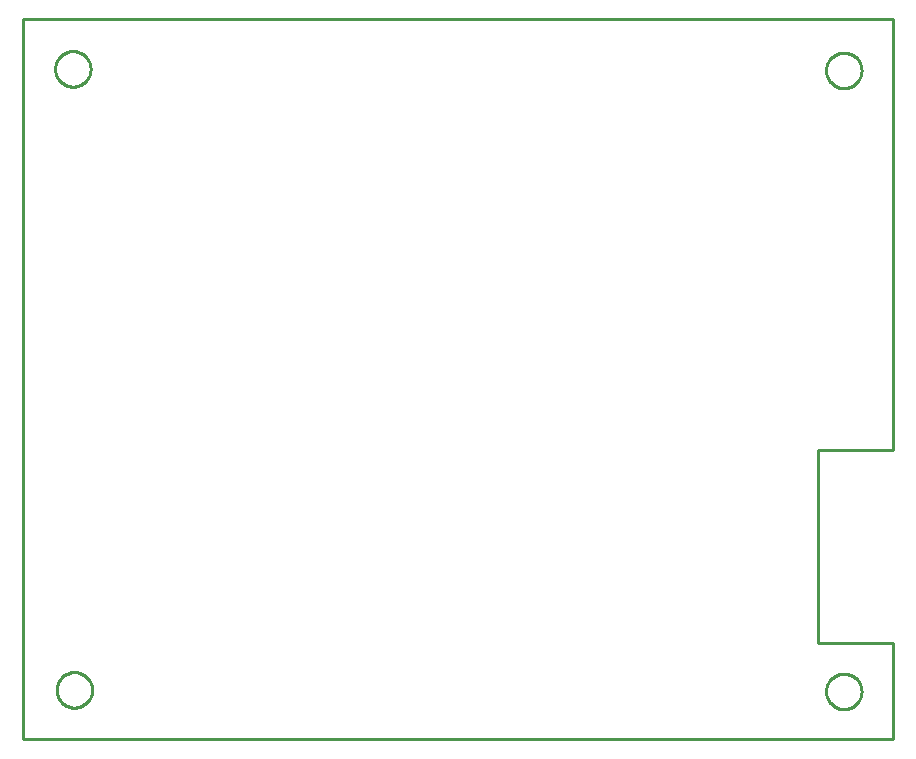
<source format=gbr>
G04 EAGLE Gerber RS-274X export*
G75*
%MOMM*%
%FSLAX34Y34*%
%LPD*%
%IN*%
%IPPOS*%
%AMOC8*
5,1,8,0,0,1.08239X$1,22.5*%
G01*
%ADD10C,0.254000*%


D10*
X0Y0D02*
X736600Y0D01*
X736600Y81280D01*
X673100Y81280D01*
X673100Y245110D01*
X736600Y245110D01*
X736600Y609600D01*
X0Y609600D01*
X0Y0D01*
X58180Y41374D02*
X58104Y40306D01*
X57951Y39245D01*
X57723Y38198D01*
X57421Y37170D01*
X57047Y36166D01*
X56602Y35191D01*
X56088Y34251D01*
X55509Y33350D01*
X54867Y32492D01*
X54165Y31682D01*
X53408Y30925D01*
X52598Y30223D01*
X51740Y29581D01*
X50839Y29002D01*
X49899Y28488D01*
X48924Y28043D01*
X47920Y27669D01*
X46892Y27367D01*
X45845Y27139D01*
X44784Y26986D01*
X43716Y26910D01*
X42644Y26910D01*
X41576Y26986D01*
X40515Y27139D01*
X39468Y27367D01*
X38440Y27669D01*
X37436Y28043D01*
X36461Y28488D01*
X35521Y29002D01*
X34620Y29581D01*
X33762Y30223D01*
X32952Y30925D01*
X32195Y31682D01*
X31493Y32492D01*
X30851Y33350D01*
X30272Y34251D01*
X29758Y35191D01*
X29313Y36166D01*
X28939Y37170D01*
X28637Y38198D01*
X28409Y39245D01*
X28256Y40306D01*
X28180Y41374D01*
X28180Y42446D01*
X28256Y43514D01*
X28409Y44575D01*
X28637Y45622D01*
X28939Y46650D01*
X29313Y47654D01*
X29758Y48629D01*
X30272Y49569D01*
X30851Y50470D01*
X31493Y51328D01*
X32195Y52138D01*
X32952Y52895D01*
X33762Y53597D01*
X34620Y54239D01*
X35521Y54818D01*
X36461Y55332D01*
X37436Y55777D01*
X38440Y56151D01*
X39468Y56453D01*
X40515Y56681D01*
X41576Y56834D01*
X42644Y56910D01*
X43716Y56910D01*
X44784Y56834D01*
X45845Y56681D01*
X46892Y56453D01*
X47920Y56151D01*
X48924Y55777D01*
X49899Y55332D01*
X50839Y54818D01*
X51740Y54239D01*
X52598Y53597D01*
X53408Y52895D01*
X54165Y52138D01*
X54867Y51328D01*
X55509Y50470D01*
X56088Y49569D01*
X56602Y48629D01*
X57047Y47654D01*
X57421Y46650D01*
X57723Y45622D01*
X57951Y44575D01*
X58104Y43514D01*
X58180Y42446D01*
X58180Y41374D01*
X709690Y40104D02*
X709614Y39036D01*
X709461Y37975D01*
X709233Y36928D01*
X708931Y35900D01*
X708557Y34896D01*
X708112Y33921D01*
X707598Y32981D01*
X707019Y32080D01*
X706377Y31222D01*
X705675Y30412D01*
X704918Y29655D01*
X704108Y28953D01*
X703250Y28311D01*
X702349Y27732D01*
X701409Y27218D01*
X700434Y26773D01*
X699430Y26399D01*
X698402Y26097D01*
X697355Y25869D01*
X696294Y25716D01*
X695226Y25640D01*
X694154Y25640D01*
X693086Y25716D01*
X692025Y25869D01*
X690978Y26097D01*
X689950Y26399D01*
X688946Y26773D01*
X687971Y27218D01*
X687031Y27732D01*
X686130Y28311D01*
X685272Y28953D01*
X684462Y29655D01*
X683705Y30412D01*
X683003Y31222D01*
X682361Y32080D01*
X681782Y32981D01*
X681268Y33921D01*
X680823Y34896D01*
X680449Y35900D01*
X680147Y36928D01*
X679919Y37975D01*
X679766Y39036D01*
X679690Y40104D01*
X679690Y41176D01*
X679766Y42244D01*
X679919Y43305D01*
X680147Y44352D01*
X680449Y45380D01*
X680823Y46384D01*
X681268Y47359D01*
X681782Y48299D01*
X682361Y49200D01*
X683003Y50058D01*
X683705Y50868D01*
X684462Y51625D01*
X685272Y52327D01*
X686130Y52969D01*
X687031Y53548D01*
X687971Y54062D01*
X688946Y54507D01*
X689950Y54881D01*
X690978Y55183D01*
X692025Y55411D01*
X693086Y55564D01*
X694154Y55640D01*
X695226Y55640D01*
X696294Y55564D01*
X697355Y55411D01*
X698402Y55183D01*
X699430Y54881D01*
X700434Y54507D01*
X701409Y54062D01*
X702349Y53548D01*
X703250Y52969D01*
X704108Y52327D01*
X704918Y51625D01*
X705675Y50868D01*
X706377Y50058D01*
X707019Y49200D01*
X707598Y48299D01*
X708112Y47359D01*
X708557Y46384D01*
X708931Y45380D01*
X709233Y44352D01*
X709461Y43305D01*
X709614Y42244D01*
X709690Y41176D01*
X709690Y40104D01*
X56910Y567154D02*
X56834Y566086D01*
X56681Y565025D01*
X56453Y563978D01*
X56151Y562950D01*
X55777Y561946D01*
X55332Y560971D01*
X54818Y560031D01*
X54239Y559130D01*
X53597Y558272D01*
X52895Y557462D01*
X52138Y556705D01*
X51328Y556003D01*
X50470Y555361D01*
X49569Y554782D01*
X48629Y554268D01*
X47654Y553823D01*
X46650Y553449D01*
X45622Y553147D01*
X44575Y552919D01*
X43514Y552766D01*
X42446Y552690D01*
X41374Y552690D01*
X40306Y552766D01*
X39245Y552919D01*
X38198Y553147D01*
X37170Y553449D01*
X36166Y553823D01*
X35191Y554268D01*
X34251Y554782D01*
X33350Y555361D01*
X32492Y556003D01*
X31682Y556705D01*
X30925Y557462D01*
X30223Y558272D01*
X29581Y559130D01*
X29002Y560031D01*
X28488Y560971D01*
X28043Y561946D01*
X27669Y562950D01*
X27367Y563978D01*
X27139Y565025D01*
X26986Y566086D01*
X26910Y567154D01*
X26910Y568226D01*
X26986Y569294D01*
X27139Y570355D01*
X27367Y571402D01*
X27669Y572430D01*
X28043Y573434D01*
X28488Y574409D01*
X29002Y575349D01*
X29581Y576250D01*
X30223Y577108D01*
X30925Y577918D01*
X31682Y578675D01*
X32492Y579377D01*
X33350Y580019D01*
X34251Y580598D01*
X35191Y581112D01*
X36166Y581557D01*
X37170Y581931D01*
X38198Y582233D01*
X39245Y582461D01*
X40306Y582614D01*
X41374Y582690D01*
X42446Y582690D01*
X43514Y582614D01*
X44575Y582461D01*
X45622Y582233D01*
X46650Y581931D01*
X47654Y581557D01*
X48629Y581112D01*
X49569Y580598D01*
X50470Y580019D01*
X51328Y579377D01*
X52138Y578675D01*
X52895Y577918D01*
X53597Y577108D01*
X54239Y576250D01*
X54818Y575349D01*
X55332Y574409D01*
X55777Y573434D01*
X56151Y572430D01*
X56453Y571402D01*
X56681Y570355D01*
X56834Y569294D01*
X56910Y568226D01*
X56910Y567154D01*
X709690Y565884D02*
X709614Y564816D01*
X709461Y563755D01*
X709233Y562708D01*
X708931Y561680D01*
X708557Y560676D01*
X708112Y559701D01*
X707598Y558761D01*
X707019Y557860D01*
X706377Y557002D01*
X705675Y556192D01*
X704918Y555435D01*
X704108Y554733D01*
X703250Y554091D01*
X702349Y553512D01*
X701409Y552998D01*
X700434Y552553D01*
X699430Y552179D01*
X698402Y551877D01*
X697355Y551649D01*
X696294Y551496D01*
X695226Y551420D01*
X694154Y551420D01*
X693086Y551496D01*
X692025Y551649D01*
X690978Y551877D01*
X689950Y552179D01*
X688946Y552553D01*
X687971Y552998D01*
X687031Y553512D01*
X686130Y554091D01*
X685272Y554733D01*
X684462Y555435D01*
X683705Y556192D01*
X683003Y557002D01*
X682361Y557860D01*
X681782Y558761D01*
X681268Y559701D01*
X680823Y560676D01*
X680449Y561680D01*
X680147Y562708D01*
X679919Y563755D01*
X679766Y564816D01*
X679690Y565884D01*
X679690Y566956D01*
X679766Y568024D01*
X679919Y569085D01*
X680147Y570132D01*
X680449Y571160D01*
X680823Y572164D01*
X681268Y573139D01*
X681782Y574079D01*
X682361Y574980D01*
X683003Y575838D01*
X683705Y576648D01*
X684462Y577405D01*
X685272Y578107D01*
X686130Y578749D01*
X687031Y579328D01*
X687971Y579842D01*
X688946Y580287D01*
X689950Y580661D01*
X690978Y580963D01*
X692025Y581191D01*
X693086Y581344D01*
X694154Y581420D01*
X695226Y581420D01*
X696294Y581344D01*
X697355Y581191D01*
X698402Y580963D01*
X699430Y580661D01*
X700434Y580287D01*
X701409Y579842D01*
X702349Y579328D01*
X703250Y578749D01*
X704108Y578107D01*
X704918Y577405D01*
X705675Y576648D01*
X706377Y575838D01*
X707019Y574980D01*
X707598Y574079D01*
X708112Y573139D01*
X708557Y572164D01*
X708931Y571160D01*
X709233Y570132D01*
X709461Y569085D01*
X709614Y568024D01*
X709690Y566956D01*
X709690Y565884D01*
M02*

</source>
